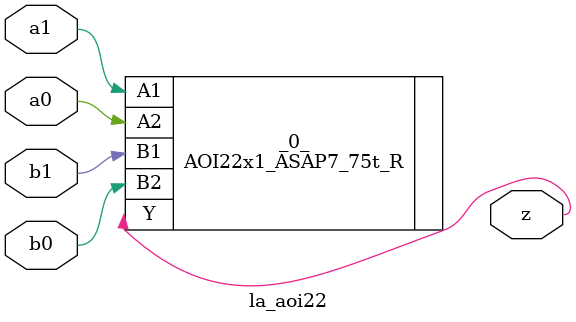
<source format=v>

/* Generated by Yosys 0.40 (git sha1 a1bb0255d, g++ 11.4.0-1ubuntu1~22.04 -fPIC -Os) */

module la_aoi22(a0, a1, b0, b1, z);
  input a0;
  wire a0;
  input a1;
  wire a1;
  input b0;
  wire b0;
  input b1;
  wire b1;
  output z;
  wire z;
  AOI22x1_ASAP7_75t_R _0_ (
    .A1(a1),
    .A2(a0),
    .B1(b1),
    .B2(b0),
    .Y(z)
  );
endmodule

</source>
